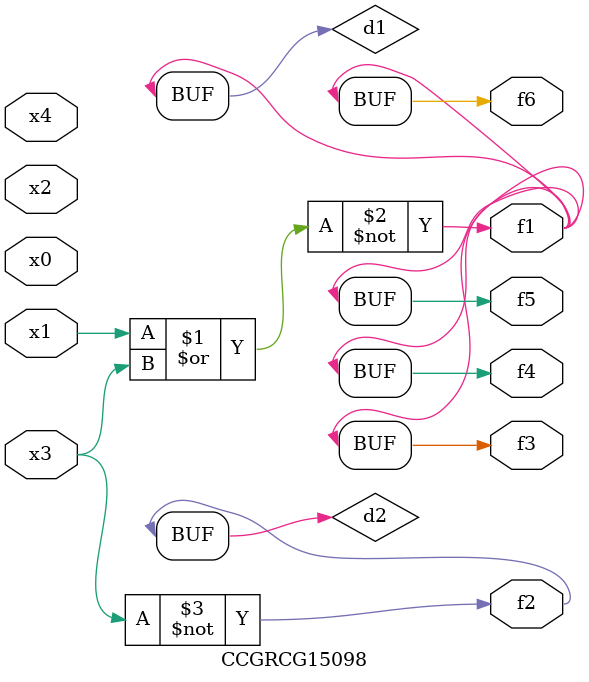
<source format=v>
module CCGRCG15098(
	input x0, x1, x2, x3, x4,
	output f1, f2, f3, f4, f5, f6
);

	wire d1, d2;

	nor (d1, x1, x3);
	not (d2, x3);
	assign f1 = d1;
	assign f2 = d2;
	assign f3 = d1;
	assign f4 = d1;
	assign f5 = d1;
	assign f6 = d1;
endmodule

</source>
